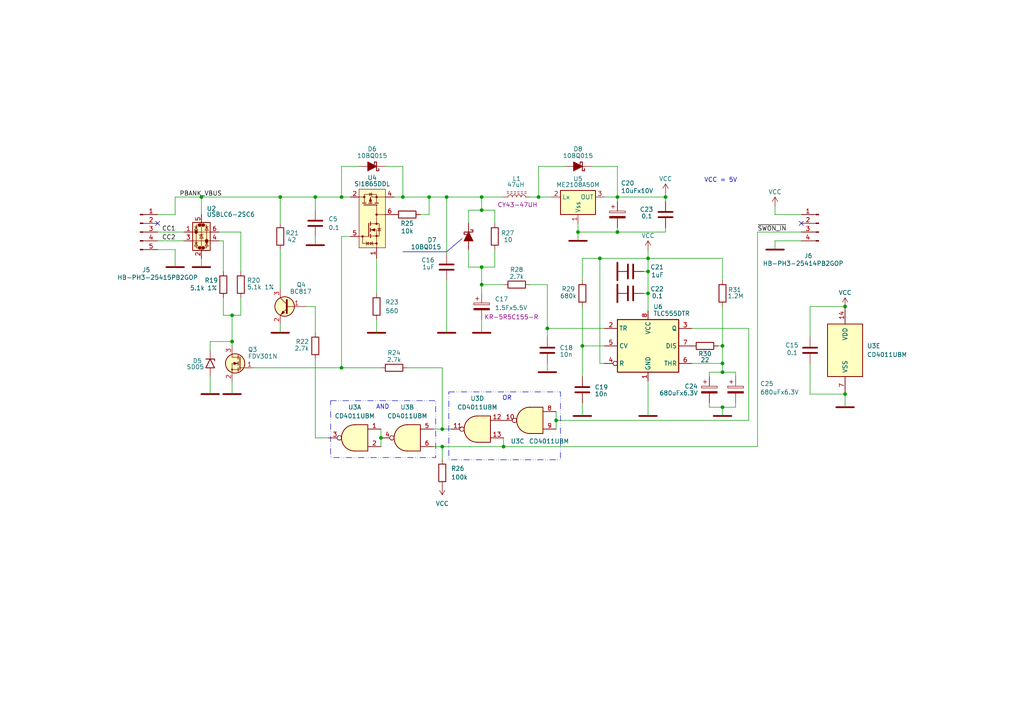
<source format=kicad_sch>
(kicad_sch (version 20231120) (generator "eeschema") (generator_version "8.0")
  (paper "A4")
  (title_block (title "Субмодуль управления PowerBank-ом") (date "2024-05-12") (comment 1 "Э04.01.02 Э3") (comment 2 "В.Иншаков"))
  (lib_symbols
    (symbol "4xxx:4011" (pin_names (offset 1.016))
      (property "Reference" "U" (at 0 1.27 0))
      (property "Value" "4011" (at 0 -1.27 0))
      (symbol "4011_1_1"
        (pin input line (at -7.62 2.54 0) (length 3.81) (name "~") (number "1"))
        (pin input line (at -7.62 -2.54 0) (length 3.81) (name "~") (number "2"))
        (pin output inverted (at 7.62 0 180) (length 3.81) (name "~") (number "3"))
      )
      (symbol "4011_1_2"
        (pin input inverted (at -7.62 2.54 0) (length 4.318) (name "~") (number "1"))
        (pin input inverted (at -7.62 -2.54 0) (length 4.318) (name "~") (number "2"))
        (pin output line (at 7.62 0 180) (length 3.81) (name "~") (number "3"))
      )
      (symbol "4011_2_1"
        (pin output inverted (at 7.62 0 180) (length 3.81) (name "~") (number "4"))
        (pin input line (at -7.62 2.54 0) (length 3.81) (name "~") (number "5"))
        (pin input line (at -7.62 -2.54 0) (length 3.81) (name "~") (number "6"))
      )
      (symbol "4011_2_2"
        (pin output line (at 7.62 0 180) (length 3.81) (name "~") (number "4"))
        (pin input inverted (at -7.62 2.54 0) (length 4.318) (name "~") (number "5"))
        (pin input inverted (at -7.62 -2.54 0) (length 4.318) (name "~") (number "6"))
      )
      (symbol "4011_3_1"
        (pin output inverted (at 7.62 0 180) (length 3.81) (name "~") (number "10"))
        (pin input line (at -7.62 2.54 0) (length 3.81) (name "~") (number "8"))
        (pin input line (at -7.62 -2.54 0) (length 3.81) (name "~") (number "9"))
      )
      (symbol "4011_3_2"
        (pin output line (at 7.62 0 180) (length 3.81) (name "~") (number "10"))
        (pin input inverted (at -7.62 2.54 0) (length 4.318) (name "~") (number "8"))
        (pin input inverted (at -7.62 -2.54 0) (length 4.318) (name "~") (number "9"))
      )
      (symbol "4011_4_1"
        (pin output inverted (at 7.62 0 180) (length 3.81) (name "~") (number "11"))
        (pin input line (at -7.62 2.54 0) (length 3.81) (name "~") (number "12"))
        (pin input line (at -7.62 -2.54 0) (length 3.81) (name "~") (number "13"))
      )
      (symbol "4011_4_2"
        (pin output line (at 7.62 0 180) (length 3.81) (name "~") (number "11"))
        (pin input inverted (at -7.62 2.54 0) (length 4.318) (name "~") (number "12"))
        (pin input inverted (at -7.62 -2.54 0) (length 4.318) (name "~") (number "13"))
      )
      (symbol "4011_5_0"
        (pin power_in line (at 0 12.7 270) (length 5.08) (name "VDD") (number "14"))
        (pin power_in line (at 0 -12.7 90) (length 5.08) (name "VSS") (number "7"))
      )
    )
    (symbol "Connector:Conn_01x04_Pin" (pin_names (offset 1.016) hide)
      (property "Reference" "J" (at 0 5.08 0))
      (property "Value" "Conn_01x04_Pin" (at 0 -7.62 0))
      (symbol "Conn_01x04_Pin_1_1"
        (pin passive line (at 5.08 2.54 180) (length 3.81) (name "Pin_1") (number "1"))
        (pin passive line (at 5.08 0 180) (length 3.81) (name "Pin_2") (number "2"))
        (pin passive line (at 5.08 -2.54 180) (length 3.81) (name "Pin_3") (number "3"))
        (pin passive line (at 5.08 -5.08 180) (length 3.81) (name "Pin_4") (number "4"))
      )
    )
    (symbol "Connector:Conn_01x05_Pin" (pin_names (offset 1.016) hide)
      (property "Reference" "J" (at 0 7.62 0))
      (property "Value" "Conn_01x05_Pin" (at 0 -7.62 0))
      (symbol "Conn_01x05_Pin_1_1"
        (pin passive line (at 5.08 5.08 180) (length 3.81) (name "Pin_1") (number "1"))
        (pin passive line (at 5.08 2.54 180) (length 3.81) (name "Pin_2") (number "2"))
        (pin passive line (at 5.08 0 180) (length 3.81) (name "Pin_3") (number "3"))
        (pin passive line (at 5.08 -2.54 180) (length 3.81) (name "Pin_4") (number "4"))
        (pin passive line (at 5.08 -5.08 180) (length 3.81) (name "Pin_5") (number "5"))
      )
    )
    (symbol "Device:C" (pin_numbers hide) (pin_names (offset 0.254))
      (property "Reference" "C" (at 0.635 2.54 0))
      (property "Value" "C" (at 0.635 -2.54 0))
      (symbol "C_1_1"
        (pin passive line (at 0 3.81 270) (length 2.794) (name "~") (number "1"))
        (pin passive line (at 0 -3.81 90) (length 2.794) (name "~") (number "2"))
      )
    )
    (symbol "Device:C_Polarized" (pin_numbers hide) (pin_names (offset 0.254))
      (property "Reference" "C" (at 0.635 2.54 0))
      (property "Value" "C_Polarized" (at 0.635 -2.54 0))
      (symbol "C_Polarized_1_1"
        (pin passive line (at 0 3.81 270) (length 2.794) (name "~") (number "1"))
        (pin passive line (at 0 -3.81 90) (length 2.794) (name "~") (number "2"))
      )
    )
    (symbol "Device:L_Ferrite" (pin_numbers hide) (pin_names (offset 1.016) hide)
      (property "Reference" "L" (at -1.27 0 90))
      (property "Value" "L_Ferrite" (at 2.794 0 90))
      (symbol "L_Ferrite_1_1"
        (pin passive line (at 0 3.81 270) (length 1.27) (name "1") (number "1"))
        (pin passive line (at 0 -3.81 90) (length 1.27) (name "2") (number "2"))
      )
    )
    (symbol "Device:R" (pin_numbers hide) (pin_names (offset 0))
      (property "Reference" "R" (at 2.032 0 90))
      (property "Value" "R" (at 0 0 90))
      (symbol "R_1_1"
        (pin passive line (at 0 3.81 270) (length 1.27) (name "~") (number "1"))
        (pin passive line (at 0 -3.81 90) (length 1.27) (name "~") (number "2"))
      )
    )
    (symbol "Diode:SMAJ6.0A" (pin_numbers hide) (pin_names (offset 1.016) hide)
      (property "Reference" "D" (at 0 2.54 0))
      (property "Value" "SMAJ6.0A" (at 0 -2.54 0))
      (symbol "SMAJ6.0A_1_1"
        (pin passive line (at -3.81 0 0) (length 2.54) (name "A1") (number "1"))
        (pin passive line (at 3.81 0 180) (length 2.54) (name "A2") (number "2"))
      )
    )
    (symbol "LightRelay:ME2108A50M" (in_bom no) (on_board no)
      (property "Reference" "U" (at -5.334 5.334 0))
      (property "Value" "ME2108A50M" (at -0.254 3.556 0))
      (symbol "ME2108A50M_1_1"
        (pin power_in line (at 0 -6.35 90) (length 2.54) (name "Vss") (number "1"))
        (pin passive line (at -7.62 1.27 0) (length 2.54) (name "Lx") (number "2"))
        (pin power_out line (at 7.62 1.27 180) (length 2.54) (name "OUT") (number "3"))
      )
    )
    (symbol "LightRelay:SI1865DDL_R" (pin_names (offset 0) hide)
      (property "Reference" "U" (at 0 9.398 0))
      (property "Value" "SI1865DDL" (at 0 7.62 0))
      (symbol "SI1865DDL_R_1_1"
        (pin passive line (at -1.27 -12.7 90) (length 3.048) (name "") (number "1"))
        (pin passive line (at 6.35 5.08 180) (length 2.54) (name "D2") (number "2"))
        (pin passive line (at 6.35 5.08 180) (length 2.54) hide (name "D2") (number "3"))
        (pin passive line (at -6.35 5.08 0) (length 2.54) (name "S2") (number "4"))
        (pin passive line (at 6.35 -6.35 180) (length 2.54) (name "on/off") (number "5"))
        (pin passive line (at -6.35 0 0) (length 2.54) (name "") (number "6"))
      )
    )
    (symbol "PCM_Diode_Schottky_AKL:VS-10BQ015" (pin_numbers hide) (pin_names (offset 1.016) hide)
      (property "Reference" "D" (at 0 5.08 0))
      (property "Value" "VS-10BQ015" (at 0 2.54 0))
      (symbol "VS-10BQ015_1_1"
        (pin passive line (at 3.81 0 180) (length 2.54) (name "K") (number "1"))
        (pin passive line (at -3.81 0 0) (length 2.54) (name "A") (number "2"))
      )
    )
    (symbol "PCM_Generic:P,0" (power) (pin_numbers hide) (pin_names (offset 3.81))
      (symbol "P,0_1_1"
        (pin power_in line (at 0 0 0) (length 0) hide (name "0") (number "0"))
      )
    )
    (symbol "PCM_Transistor_BJT_AKL:BC817" (pin_names hide)
      (property "Reference" "Q" (at 5.08 1.27 0))
      (property "Value" "BC817" (at 5.08 -1.27 0))
      (symbol "BC817_1_1"
        (pin input line (at -5.08 0 0) (length 5.715) (name "B") (number "1"))
        (pin passive line (at 2.54 -5.08 90) (length 2.54) (name "E") (number "2"))
        (pin passive line (at 2.54 5.08 270) (length 2.54) (name "C") (number "3"))
      )
    )
    (symbol "PCM_Transistor_MOSFET_AKL:FDV301N" (pin_names hide)
      (property "Reference" "Q" (at 5.08 1.27 0))
      (property "Value" "FDV301N" (at 5.08 -1.27 0))
      (symbol "FDV301N_1_1"
        (pin input line (at -3.81 -1.27 0) (length 2.54) (name "G") (number "1"))
        (pin passive line (at 2.54 -5.08 90) (length 2.54) (name "S") (number "2"))
        (pin passive line (at 2.54 5.08 270) (length 2.54) (name "D") (number "3"))
      )
    )
    (symbol "Power_Protection:USBLC6-2SC6" (pin_names hide)
      (property "Reference" "U" (at 0.635 5.715 0))
      (property "Value" "USBLC6-2SC6" (at 0.635 3.81 0))
      (symbol "USBLC6-2SC6_1_1"
        (pin passive line (at -5.08 0 0) (length 2.54) (name "I/O1") (number "1"))
        (pin passive line (at 0 -7.62 90) (length 2.54) (name "GND") (number "2"))
        (pin passive line (at -5.08 -2.54 0) (length 2.54) (name "I/O2") (number "3"))
        (pin passive line (at 5.08 -2.54 180) (length 2.54) (name "I/O2") (number "4"))
        (pin passive line (at 0 5.08 270) (length 2.54) (name "VBUS") (number "5"))
        (pin passive line (at 5.08 0 180) (length 2.54) (name "I/O1") (number "6"))
      )
    )
    (symbol "Timer:TLC555xD"
      (property "Reference" "U" (at -10.16 8.89 0))
      (property "Value" "TLC555xD" (at 2.54 8.89 0))
      (symbol "TLC555xD_0_0"
        (pin power_in line (at 0 -10.16 90) (length 2.54) (name "GND") (number "1"))
        (pin power_in line (at 0 10.16 270) (length 2.54) (name "VCC") (number "8"))
      )
      (symbol "TLC555xD_1_1"
        (pin input line (at -12.7 5.08 0) (length 3.81) (name "TR") (number "2"))
        (pin output line (at 12.7 5.08 180) (length 3.81) (name "Q") (number "3"))
        (pin input inverted (at -12.7 -5.08 0) (length 3.81) (name "R") (number "4"))
        (pin input line (at -12.7 0 0) (length 3.81) (name "CV") (number "5"))
        (pin input line (at 12.7 -5.08 180) (length 3.81) (name "THR") (number "6"))
        (pin input line (at 12.7 0 180) (length 3.81) (name "DIS") (number "7"))
      )
    )
    (symbol "power:VCC" (power) (pin_numbers hide) (pin_names (offset 0) hide)
      (property "Value" "VCC" (at 0 3.556 0))
      (symbol "VCC_1_1"
        (pin power_in line (at 0 0 90) (length 0) (name "~") (number "1"))
      )
    )
  )
  (junction (at 81.28 57.15))
  (junction (at 156.21 57.15))
  (junction (at 168.91 100.33))
  (junction (at 187.96 85.09))
  (junction (at 139.7 60.96))
  (junction (at 67.31 91.44))
  (junction (at 99.06 57.15))
  (junction (at 91.44 57.15))
  (junction (at 179.07 67.31))
  (junction (at 245.11 114.3))
  (junction (at 128.27 129.54))
  (junction (at 209.55 105.41))
  (junction (at 245.11 88.9))
  (junction (at 128.27 124.46))
  (junction (at 139.7 77.47))
  (junction (at 167.64 67.31))
  (junction (at 179.07 57.15))
  (junction (at 139.7 57.15))
  (junction (at 187.96 74.93))
  (junction (at 158.75 95.25))
  (junction (at 209.55 107.95))
  (junction (at 124.46 57.15))
  (junction (at 67.31 99.06))
  (junction (at 116.84 57.15))
  (junction (at 187.96 78.74))
  (junction (at 209.55 100.33))
  (junction (at 209.55 118.11))
  (junction (at 129.54 57.15))
  (junction (at 173.99 74.93))
  (junction (at 193.04 57.15))
  (junction (at 58.42 57.15))
  (junction (at 161.29 121.92))
  (junction (at 146.05 129.54))
  (junction (at 99.06 106.68))
  (junction (at 139.7 82.55))
  (junction (at 110.49 127))
  (no_connect (at 232.41 64.77))
  (no_connect (at 45.72 64.77))
  (wire (pts (xy 129.54 57.15) (xy 139.7 57.15)))
  (wire (pts (xy 128.27 129.54) (xy 128.27 133.35)))
  (wire (pts (xy 209.55 81.28) (xy 209.55 74.93)))
  (wire (pts (xy 146.05 129.54) (xy 219.71 129.54)))
  (wire (pts (xy 67.31 99.06) (xy 67.31 100.33)))
  (wire (pts (xy 109.22 85.09) (xy 109.22 74.93)))
  (wire (pts (xy 139.7 57.15) (xy 146.05 57.15)))
  (wire (pts (xy 173.99 105.41) (xy 173.99 74.93)))
  (wire (pts (xy 143.51 77.47) (xy 143.51 72.39)))
  (wire (pts (xy 116.84 48.26) (xy 111.76 48.26)))
  (wire (pts (xy 209.55 74.93) (xy 187.96 74.93)))
  (wire (pts (xy 217.17 95.25) (xy 217.17 121.92)))
  (wire (pts (xy 245.11 114.3) (xy 245.11 118.11)))
  (wire (pts (xy 45.72 69.85) (xy 53.34 69.85)))
  (wire (pts (xy 232.41 69.85) (xy 224.79 69.85)))
  (wire (pts (xy 63.5 67.31) (xy 69.85 67.31)))
  (wire (pts (xy 209.55 107.95) (xy 213.36 107.95)))
  (wire (pts (xy 161.29 119.38) (xy 161.29 121.92)))
  (wire (pts (xy 67.31 91.44) (xy 67.31 99.06)))
  (wire (pts (xy 213.36 118.11) (xy 213.36 116.84)))
  (wire (pts (xy 209.55 118.11) (xy 209.55 120.65)))
  (wire (pts (xy 175.26 57.15) (xy 179.07 57.15)))
  (wire (pts (xy 91.44 104.14) (xy 91.44 127)))
  (wire (pts (xy 179.07 66.04) (xy 179.07 67.31)))
  (wire (pts (xy 179.07 58.42) (xy 179.07 57.15)))
  (wire (pts (xy 99.06 68.58) (xy 99.06 106.68)))
  (wire (pts (xy 219.71 67.31) (xy 232.41 67.31)))
  (wire (pts (xy 168.91 120.65) (xy 168.91 116.84)))
  (wire (pts (xy 135.89 72.39) (xy 135.89 77.47)))
  (wire (pts (xy 158.75 82.55) (xy 153.67 82.55)))
  (wire (pts (xy 224.79 69.85) (xy 224.79 72.39)))
  (wire (pts (xy 139.7 77.47) (xy 143.51 77.47)))
  (wire (pts (xy 158.75 95.25) (xy 158.75 82.55)))
  (wire (pts (xy 179.07 57.15) (xy 193.04 57.15)))
  (wire (pts (xy 50.8 57.15) (xy 58.42 57.15)))
  (wire (pts (xy 139.7 60.96) (xy 143.51 60.96)))
  (wire (pts (xy 58.42 57.15) (xy 81.28 57.15)))
  (wire (pts (xy 91.44 60.96) (xy 91.44 57.15)))
  (wire (pts (xy 110.49 124.46) (xy 110.49 127)))
  (wire (pts (xy 187.96 85.09) (xy 187.96 90.17)))
  (wire (pts (xy 186.69 85.09) (xy 187.96 85.09)))
  (wire (pts (xy 187.96 120.65) (xy 187.96 110.49)))
  (wire (pts (xy 135.89 64.77) (xy 135.89 60.96)))
  (wire (pts (xy 156.21 57.15) (xy 160.02 57.15)))
  (wire (pts (xy 135.89 60.96) (xy 139.7 60.96)))
  (wire (pts (xy 158.75 105.41) (xy 158.75 107.95)))
  (wire (pts (xy 99.06 57.15) (xy 101.6 57.15)))
  (wire (pts (xy 45.72 62.23) (xy 50.8 62.23)))
  (wire (pts (xy 232.41 62.23) (xy 224.79 62.23)))
  (wire (pts (xy 45.72 67.31) (xy 53.34 67.31)))
  (wire (pts (xy 168.91 109.22) (xy 168.91 100.33)))
  (wire (pts (xy 124.46 62.23) (xy 124.46 57.15)))
  (wire (pts (xy 91.44 88.9) (xy 91.44 96.52)))
  (wire (pts (xy 146.05 129.54) (xy 146.05 127)))
  (wire (pts (xy 110.49 106.68) (xy 99.06 106.68)))
  (wire (pts (xy 163.83 48.26) (xy 156.21 48.26)))
  (wire (pts (xy 193.04 67.31) (xy 179.07 67.31)))
  (wire (pts (xy 209.55 118.11) (xy 213.36 118.11)))
  (wire (pts (xy 167.64 67.31) (xy 179.07 67.31)))
  (wire (pts (xy 193.04 58.42) (xy 193.04 57.15)))
  (wire (pts (xy 125.73 129.54) (xy 128.27 129.54)))
  (wire (pts (xy 205.74 116.84) (xy 205.74 118.11)))
  (wire (pts (xy 205.74 107.95) (xy 209.55 107.95)))
  (wire (pts (xy 58.42 74.93) (xy 58.42 77.47)))
  (wire (pts (xy 60.96 99.06) (xy 67.31 99.06)))
  (wire (pts (xy 224.79 62.23) (xy 224.79 59.69)))
  (wire (pts (xy 168.91 74.93) (xy 173.99 74.93)))
  (wire (pts (xy 60.96 101.6) (xy 60.96 99.06)))
  (wire (pts (xy 81.28 72.39) (xy 81.28 83.82)))
  (wire (pts (xy 128.27 129.54) (xy 146.05 129.54)))
  (wire (pts (xy 161.29 121.92) (xy 161.29 124.46)))
  (wire (pts (xy 50.8 62.23) (xy 50.8 57.15)))
  (wire (pts (xy 139.7 82.55) (xy 146.05 82.55)))
  (wire (pts (xy 125.73 124.46) (xy 128.27 124.46)))
  (wire (pts (xy 167.64 67.31) (xy 167.64 64.77)))
  (wire (pts (xy 179.07 48.26) (xy 179.07 57.15)))
  (wire (pts (xy 60.96 109.22) (xy 60.96 114.3)))
  (wire (pts (xy 67.31 91.44) (xy 69.85 91.44)))
  (wire (pts (xy 153.67 57.15) (xy 156.21 57.15)))
  (wire (pts (xy 58.42 62.23) (xy 58.42 57.15)))
  (wire (pts (xy 99.06 48.26) (xy 104.14 48.26)))
  (wire (pts (xy 64.77 69.85) (xy 64.77 78.74)))
  (wire (pts (xy 234.95 105.41) (xy 234.95 114.3)))
  (wire (pts (xy 64.77 69.85) (xy 63.5 69.85)))
  (wire (pts (xy 234.95 114.3) (xy 245.11 114.3)))
  (wire (pts (xy 209.55 100.33) (xy 209.55 105.41)))
  (wire (pts (xy 171.45 48.26) (xy 179.07 48.26)))
  (wire (pts (xy 69.85 67.31) (xy 69.85 78.74)))
  (wire (pts (xy 116.84 57.15) (xy 116.84 48.26)))
  (wire (pts (xy 143.51 64.77) (xy 143.51 60.96)))
  (wire (pts (xy 168.91 100.33) (xy 175.26 100.33)))
  (wire (pts (xy 187.96 78.74) (xy 187.96 85.09)))
  (wire (pts (xy 219.71 67.31) (xy 219.71 129.54)))
  (wire (pts (xy 139.7 60.96) (xy 139.7 57.15)))
  (wire (pts (xy 173.99 74.93) (xy 187.96 74.93)))
  (wire (pts (xy 213.36 107.95) (xy 213.36 109.22)))
  (wire (pts (xy 45.72 72.39) (xy 50.8 72.39)))
  (wire (pts (xy 124.46 57.15) (xy 129.54 57.15)))
  (wire (pts (xy 234.95 88.9) (xy 245.11 88.9)))
  (wire (pts (xy 91.44 127) (xy 95.25 127)))
  (wire (pts (xy 187.96 74.93) (xy 187.96 78.74)))
  (wire (pts (xy 64.77 91.44) (xy 67.31 91.44)))
  (wire (pts (xy 129.54 73.66) (xy 129.54 57.15)))
  (wire (pts (xy 99.06 68.58) (xy 101.6 68.58)))
  (wire (pts (xy 200.66 105.41) (xy 209.55 105.41)))
  (wire (pts (xy 139.7 82.55) (xy 139.7 85.09)))
  (wire (pts (xy 121.92 62.23) (xy 124.46 62.23)))
  (wire (pts (xy 139.7 92.71) (xy 139.7 96.52)))
  (wire (pts (xy 209.55 88.9) (xy 209.55 100.33)))
  (wire (pts (xy 128.27 106.68) (xy 128.27 124.46)))
  (wire (pts (xy 81.28 93.98) (xy 81.28 96.52)))
  (wire (pts (xy 91.44 57.15) (xy 99.06 57.15)))
  (wire (pts (xy 73.66 106.68) (xy 99.06 106.68)))
  (wire (pts (xy 209.55 105.41) (xy 209.55 107.95)))
  (wire (pts (xy 135.89 77.47) (xy 139.7 77.47)))
  (wire (pts (xy 129.54 81.28) (xy 129.54 96.52)))
  (wire (pts (xy 168.91 88.9) (xy 168.91 100.33)))
  (wire (pts (xy 187.96 72.39) (xy 187.96 74.93)))
  (wire (pts (xy 200.66 95.25) (xy 217.17 95.25)))
  (wire (pts (xy 205.74 109.22) (xy 205.74 107.95)))
  (wire (pts (xy 109.22 92.71) (xy 109.22 96.52)))
  (wire (pts (xy 156.21 48.26) (xy 156.21 57.15)))
  (polyline (pts (xy 129.54 73.025) (xy 116.84 73.025)))
  (wire (pts (xy 110.49 127) (xy 110.49 129.54)))
  (wire (pts (xy 69.85 91.44) (xy 69.85 86.36)))
  (wire (pts (xy 116.84 57.15) (xy 124.46 57.15)))
  (wire (pts (xy 99.06 57.15) (xy 99.06 48.26)))
  (wire (pts (xy 193.04 66.04) (xy 193.04 67.31)))
  (wire (pts (xy 186.69 78.74) (xy 187.96 78.74)))
  (polyline (pts (xy 133.985 69.215) (xy 129.54 73.025)))
  (wire (pts (xy 205.74 118.11) (xy 209.55 118.11)))
  (wire (pts (xy 158.75 95.25) (xy 175.26 95.25)))
  (wire (pts (xy 128.27 124.46) (xy 130.81 124.46)))
  (wire (pts (xy 193.04 55.88) (xy 193.04 57.15)))
  (wire (pts (xy 161.29 121.92) (xy 217.17 121.92)))
  (wire (pts (xy 175.26 105.41) (xy 173.99 105.41)))
  (wire (pts (xy 81.28 57.15) (xy 91.44 57.15)))
  (wire (pts (xy 91.44 88.9) (xy 88.9 88.9)))
  (wire (pts (xy 118.11 106.68) (xy 128.27 106.68)))
  (wire (pts (xy 167.64 69.85) (xy 167.64 67.31)))
  (wire (pts (xy 50.8 72.39) (xy 50.8 77.47)))
  (wire (pts (xy 91.44 68.58) (xy 91.44 71.12)))
  (wire (pts (xy 208.28 100.33) (xy 209.55 100.33)))
  (wire (pts (xy 168.91 81.28) (xy 168.91 74.93)))
  (wire (pts (xy 64.77 86.36) (xy 64.77 91.44)))
  (wire (pts (xy 234.95 97.79) (xy 234.95 88.9)))
  (wire (pts (xy 158.75 97.79) (xy 158.75 95.25)))
  (wire (pts (xy 81.28 64.77) (xy 81.28 57.15)))
  (wire (pts (xy 67.31 110.49) (xy 67.31 114.3)))
  (wire (pts (xy 139.7 77.47) (xy 139.7 82.55)))
  (wire (pts (xy 114.3 57.15) (xy 116.84 57.15)))
  (rectangle (start 130.175 113.665) (end 162.56 133.35) (stroke (width 0) (type dash_dot_dot)))
  (rectangle (start 95.885 116.205) (end 126.365 132.715) (stroke (width 0) (type dash_dot_dot)))
  (text "OR" (at 147.066 114.808 0) (effects (font (size 1.27 1.27)) (justify top)))
  (text "VCC = 5V" (exclude_from_sim yes) (at 204.216 52.324 0) (effects (font (size 1.27 1.27)) (justify left)))
  (text "AND" (at 110.998 118.872 0) (effects (font (size 1.27 1.27)) (justify bottom)))
  (label "CC1" (at 46.99 67.31 0))
  (label "CC2" (at 46.99 69.85 0))
  (label "PBANK_VBUS" (at 52.07 57.15 0))
  (label "~{SWON_IN}" (at 219.71 67.31 0))
  (symbol (lib_id "Connector:Conn_01x04_Pin") (at 237.49 64.77 0) (mirror y) (unit 1)
    (property "Reference" "J6" (at 234.442 74.93 0) (effects (justify bottom)))
    (property "Value" "HB-PH3-25414PB2GOP" (at 221.234 75.692 0) (effects (justify right top)))
    (property "Footprint" "Connector_PinHeader_2.54mm:PinHeader_1x04_P2.54mm_Vertical" (effects (hide yes)))
    (property "Description" "Generic connector, single row, 01x04, script generated" (effects (hide yes)))
  )
  (symbol (lib_id "Diode:SMAJ6.0A") (at 60.96 105.41 270) (unit 1) (exclude_from_sim yes)
    (property "Reference" "D5" (at 55.88 104.648 90) (effects (justify left)))
    (property "Value" "SD05" (at 54.102 106.426 90) (effects (justify left)))
    (property "Footprint" "Diode_SMD:D_SOD-323_HandSoldering" (effects (hide yes)))
    (property "Datasheet" "https://www.tme.eu/Document/eacd5c9033c0f01cb2a4469e7989f2d1/sd05.pdf" (effects (hide yes)))
    (property "Description" "SOD-323 Unidirectional TVS diode, 5V, 350W, Alternate KiCAD Library" (effects (hide yes)))
  )
  (symbol (lib_id "Connector:Conn_01x05_Pin") (at 40.64 67.31 0) (unit 1)
    (property "Reference" "J5" (at 42.418 78.994 0) (effects (justify bottom)))
    (property "Value" "HB-PH3-25415PB2GOP" (at 45.72 79.756 0) (effects (justify top)))
    (property "Footprint" "Connector_PinHeader_2.54mm:PinHeader_1x05_P2.54mm_Vertical" (effects (hide yes)))
    (property "Description" "Generic connector, single row, 01x05, script generated" (effects (hide yes)))
  )
  (symbol (lib_id "PCM_Generic:P,0") (at 179.07 78.74 270) (unit 1)
    (property "Reference" "#PWR031" (effects (hide yes)))
    (property "Value" "GND2" (effects (hide yes)))
    (property "Description" "global node 0; simplified functional (equipotential) bonding (FB); simplified frame/chassis" (effects (hide yes)))
  )
  (symbol (lib_id "Device:C") (at 182.88 85.09 90) (unit 1)
    (property "Reference" "C22" (at 192.532 83.82 90) (effects (justify left)))
    (property "Value" "0.1" (at 192.278 85.852 90) (effects (justify left)))
    (property "Description" "Unpolarized capacitor" (effects (hide yes)))
  )
  (symbol (lib_id "Device:C_Polarized") (at 139.7 88.9 0) (unit 1)
    (property "Reference" "C17" (at 143.51 86.7409 0) (effects (justify left)))
    (property "Value" "1.5Fx5.5V" (at 143.51 89.2809 0) (effects (justify left)))
    (property "Description" "Eaton KR Supercapacitor" (effects (hide yes)))
    (property "Part Number" "KR-5R5C155-R" (at 148.336 91.948 0))
  )
  (symbol (lib_id "PCM_Generic:P,0") (at 168.91 120.65 0) (unit 1)
    (property "Reference" "#PWR030" (effects (hide yes)))
    (property "Value" "GND2" (effects (hide yes)))
    (property "Description" "global node 0; simplified functional (equipotential) bonding (FB); simplified frame/chassis" (effects (hide yes)))
  )
  (symbol (lib_id "Device:R") (at 118.11 62.23 90) (unit 1)
    (property "Reference" "R25" (at 118.11 65.532 90) (effects (justify top)))
    (property "Value" "10k" (at 118.11 66.294 90) (effects (justify bottom)))
    (property "Footprint" "PCM_Resistor_SMD_AKL:R_0603_1608Metric_Pad0.98x0.95mm" (effects (hide yes)))
    (property "Description" "Resistor" (effects (hide yes)))
  )
  (symbol (lib_id "PCM_Generic:P,0") (at 139.7 96.52 0) (unit 1)
    (property "Reference" "#PWR027" (effects (hide yes)))
    (property "Value" "GND2" (effects (hide yes)))
    (property "Description" "global node 0; simplified functional (equipotential) bonding (FB); simplified frame/chassis" (effects (hide yes)))
  )
  (symbol (lib_id "PCM_Generic:P,0") (at 209.55 120.65 0) (unit 1)
    (property "Reference" "#PWR036" (effects (hide yes)))
    (property "Value" "GND2" (effects (hide yes)))
    (property "Description" "global node 0; simplified functional (equipotential) bonding (FB); simplified frame/chassis" (effects (hide yes)))
  )
  (symbol (lib_id "Device:R") (at 204.47 100.33 90) (unit 1)
    (property "Reference" "R30" (at 204.47 102.616 90))
    (property "Value" "22" (at 204.47 104.394 90))
    (property "Footprint" "PCM_Resistor_SMD_AKL:R_0603_1608Metric_Pad0.98x0.95mm" (effects (hide yes)))
    (property "Description" "Resistor" (effects (hide yes)))
  )
  (symbol (lib_id "Device:R") (at 168.91 85.09 180) (unit 1)
    (property "Reference" "R29" (at 164.846 83.82 0))
    (property "Value" "680k" (at 164.846 85.852 0))
    (property "Footprint" "PCM_Resistor_SMD_AKL:R_0603_1608Metric_Pad0.98x0.95mm" (effects (hide yes)))
    (property "Description" "Resistor" (effects (hide yes)))
  )
  (symbol (lib_id "Device:R") (at 91.44 100.33 180) (unit 1)
    (property "Reference" "R22" (at 89.662 99.822 0) (effects (justify left top)))
    (property "Value" "2.7k" (at 89.662 100.33 0) (effects (justify left bottom)))
    (property "Footprint" "PCM_Resistor_SMD_AKL:R_0603_1608Metric_Pad0.98x0.95mm" (effects (hide yes)))
    (property "Description" "Resistor" (effects (hide yes)))
  )
  (symbol (lib_id "PCM_Generic:P,0") (at 245.11 118.11 0) (unit 1)
    (property "Reference" "#PWR022" (effects (hide yes)))
    (property "Value" "GND2" (effects (hide yes)))
    (property "Description" "global node 0; simplified functional (equipotential) bonding (FB); simplified frame/chassis" (effects (hide yes)))
  )
  (symbol (lib_id "Device:R") (at 64.77 82.55 0) (unit 1)
    (property "Reference" "R19" (at 63.246 82.042 0) (effects (justify right bottom)))
    (property "Value" "5.1k 1%" (at 62.992 82.804 0) (effects (justify right top)))
    (property "Footprint" "PCM_Resistor_SMD_AKL:R_0603_1608Metric_Pad0.98x0.95mm" (effects (hide yes)))
    (property "Description" "Resistor 1%" (effects (hide yes)))
  )
  (symbol (lib_id "4xxx:4011") (at 153.67 121.92 0) (mirror y) (unit 3)
    (property "Reference" "U3" (at 152.146 127.254 0) (effects (justify left top)))
    (property "Value" "CD4011UBM" (at 153.416 127.254 0) (effects (justify right top)))
    (property "Footprint" "Package_SO:SOIC-14_3.9x8.7mm_P1.27mm" (effects (hide yes)))
    (property "Datasheet" "http://www.intersil.com/content/dam/Intersil/documents/cd40/cd4011bms-12bms-23bms.pdf" (effects (hide yes)))
    (property "Description" "Quad Nand 2 inputs" (effects (hide yes)))
  )
  (symbol (lib_id "LightRelay:SI1865DDL_R") (at 107.95 62.23 0) (mirror y) (unit 1)
    (property "Reference" "U4" (at 107.95 51.562 0))
    (property "Value" "SI1865DDL" (at 107.95 53.34 0))
    (property "Footprint" "Package_TO_SOT_SMD:SOT-363_SC-70-6" (effects (hide yes)))
    (property "Datasheet" "https://techpublic.com/storage/pdf/20230504/kWOBdbChctFrhMDd.pdf" (effects (hide yes)))
    (property "Description" "Load Switch with Level Shift" (effects (hide yes)))
  )
  (symbol (lib_id "Device:L_Ferrite") (at 149.86 57.15 90) (unit 1)
    (property "Reference" "L1" (at 149.86 51.816 90))
    (property "Value" "47uH" (at 149.606 52.832 90) (effects (justify bottom)))
    (property "Footprint" "Inductor_SMD:L_Taiyo-Yuden_NR-50xx" (effects (hide yes)))
    (property "Description" "Inductor with ferrite core" (effects (hide yes)))
    (property "Part Number" " CY43-47UH" (at 149.606 58.674 90) (effects (justify bottom)))
  )
  (symbol (lib_id "Device:R") (at 109.22 88.9 0) (unit 1)
    (property "Reference" "R23" (at 111.76 87.6299 0) (effects (justify left)))
    (property "Value" "560" (at 111.76 90.1699 0) (effects (justify left)))
    (property "Footprint" "PCM_Resistor_SMD_AKL:R_0603_1608Metric_Pad0.98x0.95mm" (effects (hide yes)))
    (property "Description" "Resistor" (effects (hide yes)))
  )
  (symbol (lib_id "Device:C") (at 193.04 62.23 180) (unit 1)
    (property "Reference" "C23" (at 189.484 61.468 0) (effects (justify left top)))
    (property "Value" "0.1" (at 189.23 61.976 0) (effects (justify left bottom)))
    (property "Description" "Unpolarized capacitor" (effects (hide yes)))
  )
  (symbol (lib_id "PCM_Generic:P,0") (at 129.54 96.52 0) (unit 1)
    (property "Reference" "#PWR026" (effects (hide yes)))
    (property "Value" "GND2" (effects (hide yes)))
    (property "Description" "global node 0; simplified functional (equipotential) bonding (FB); simplified frame/chassis" (effects (hide yes)))
  )
  (symbol (lib_id "Device:C") (at 234.95 101.6 0) (unit 1)
    (property "Reference" "C15" (at 231.648 100.838 0) (effects (justify right bottom)))
    (property "Value" "0.1" (at 231.394 101.6 0) (effects (justify right top)))
    (property "Description" "Unpolarized capacitor" (effects (hide yes)))
  )
  (symbol (lib_id "Device:R") (at 209.55 85.09 180) (unit 1)
    (property "Reference" "R31" (at 213.106 84.074 0))
    (property "Value" "1.2M" (at 213.36 85.852 0))
    (property "Footprint" "PCM_Resistor_SMD_AKL:R_0603_1608Metric_Pad0.98x0.95mm" (effects (hide yes)))
    (property "Description" "Resistor" (effects (hide yes)))
  )
  (symbol (lib_id "Device:R") (at 69.85 82.55 0) (unit 1)
    (property "Reference" "R20" (at 71.628 82.042 0) (effects (justify left bottom)))
    (property "Value" "5.1k 1%" (at 71.628 82.55 0) (effects (justify left top)))
    (property "Footprint" "PCM_Resistor_SMD_AKL:R_0603_1608Metric_Pad0.98x0.95mm" (effects (hide yes)))
    (property "Description" "Resistor 1%" (effects (hide yes)))
  )
  (symbol (lib_id "Device:R") (at 114.3 106.68 90) (unit 1)
    (property "Reference" "R24" (at 114.3 101.6 90) (effects (justify bottom)))
    (property "Value" "2.7k" (at 114.3 103.632 90) (effects (justify bottom)))
    (property "Footprint" "PCM_Resistor_SMD_AKL:R_0603_1608Metric_Pad0.98x0.95mm" (effects (hide yes)))
    (property "Description" "Resistor" (effects (hide yes)))
  )
  (symbol (lib_id "Device:R") (at 149.86 82.55 90) (unit 1)
    (property "Reference" "R28" (at 149.86 77.47 90) (effects (justify bottom)))
    (property "Value" "2.7k" (at 149.86 79.502 90) (effects (justify bottom)))
    (property "Footprint" "PCM_Resistor_SMD_AKL:R_0603_1608Metric_Pad0.98x0.95mm" (effects (hide yes)))
    (property "Description" "Resistor" (effects (hide yes)))
  )
  (symbol (lib_id "PCM_Diode_Schottky_AKL:VS-10BQ015") (at 107.95 48.26 0) (unit 1)
    (property "Reference" "D6" (at 107.95 43.942 0) (effects (justify bottom)))
    (property "Value" "10BQ015" (at 107.95 44.45 0) (effects (justify top)))
    (property "Footprint" "Diode_SMD_AKL:D_SMB" (effects (hide yes)))
    (property "Datasheet" "https://www.tme.eu/Document/5513742f757a8ba3a7dcc08c322eb306/VS-10BQ015.pdf" (effects (hide yes)))
    (property "Description" "SMB Schottky diode, 15V, 1A, Alternate KiCAD Library" (effects (hide yes)))
  )
  (symbol (lib_id "Device:R") (at 128.27 137.16 0) (unit 1)
    (property "Reference" "R26" (at 130.81 135.8899 0) (effects (justify left)))
    (property "Value" "100k" (at 130.81 138.4299 0) (effects (justify left)))
    (property "Footprint" "PCM_Resistor_SMD_AKL:R_0603_1608Metric_Pad0.98x0.95mm" (effects (hide yes)))
    (property "Description" "Resistor" (effects (hide yes)))
  )
  (symbol (lib_id "Device:C_Polarized") (at 179.07 62.23 0) (unit 1)
    (property "Reference" "C20" (at 180.086 53.848 0) (effects (justify left bottom)))
    (property "Value" "10uFx10V" (at 180.086 54.61 0) (effects (justify left top)))
    (property "Footprint" "Capacitor_Tantalum_SMD:CP_EIA-3216-12_Kemet-S_Pad1.58x1.35mm_HandSolder" (effects (hide yes)))
    (property "Description" "Polarized tantalum capacitor (case A)" (effects (hide yes)))
    (property "Part Number" "TC212A106K010Y" (effects (hide yes)))
  )
  (symbol (lib_id "PCM_Generic:P,0") (at 158.75 107.95 0) (unit 1)
    (property "Reference" "#PWR028" (effects (hide yes)))
    (property "Value" "GND2" (effects (hide yes)))
    (property "Description" "global node 0; simplified functional (equipotential) bonding (FB); simplified frame/chassis" (effects (hide yes)))
  )
  (symbol (lib_id "power:VCC") (at 128.27 140.97 180) (unit 1)
    (property "Reference" "#PWR025" (effects (hide yes)))
    (property "Value" "VCC" (at 128.27 146.05 0))
    (property "Description" "Power symbol creates a global label with name \"VCC\"" (effects (hide yes)))
  )
  (symbol (lib_id "Device:C") (at 168.91 113.03 0) (unit 1)
    (property "Reference" "C19" (at 172.466 113.03 0) (effects (justify left bottom)))
    (property "Value" "10n" (at 172.466 113.538 0) (effects (justify left top)))
    (property "Description" "Unpolarized capacitor" (effects (hide yes)))
  )
  (symbol (lib_id "Power_Protection:USBLC6-2SC6") (at 58.42 67.31 0) (unit 1)
    (property "Reference" "U2" (at 59.944 61.214 0) (effects (justify left bottom)))
    (property "Value" "USBLC6-2SC6" (at 59.944 61.468 0) (effects (justify left top)))
    (property "Footprint" "Package_TO_SOT_SMD:SOT-23-6" (effects (hide yes)))
    (property "Datasheet" "https://www.st.com/resource/en/datasheet/usblc6-2.pdf" (effects (hide yes)))
    (property "Description" "Very low capacitance ESD protection diode, 2 data-line, SOT-23-6" (effects (hide yes)))
  )
  (symbol (lib_id "4xxx:4011") (at 245.11 101.6 0) (unit 5)
    (property "Reference" "U3" (at 251.46 100.3299 0) (effects (justify left)))
    (property "Value" "CD4011UBM" (at 251.46 102.8699 0) (effects (justify left)))
    (property "Footprint" "Package_SO:SOIC-14_3.9x8.7mm_P1.27mm" (effects (hide yes)))
    (property "Datasheet" "http://www.intersil.com/content/dam/Intersil/documents/cd40/cd4011bms-12bms-23bms.pdf" (effects (hide yes)))
    (property "Description" "Quad Nand 2 inputs" (effects (hide yes)))
  )
  (symbol (lib_id "PCM_Generic:P,0") (at 81.28 96.52 0) (unit 1)
    (property "Reference" "#PWR023" (effects (hide yes)))
    (property "Value" "GND2" (effects (hide yes)))
    (property "Description" "global node 0; simplified functional (equipotential) bonding (FB); simplified frame/chassis" (effects (hide yes)))
  )
  (symbol (lib_id "Device:R") (at 81.28 68.58 0) (unit 1)
    (property "Reference" "R21" (at 82.804 68.326 0) (effects (justify left bottom)))
    (property "Value" "42" (at 83.312 68.834 0) (effects (justify left top)))
    (property "Footprint" "PCM_Resistor_SMD_AKL:R_0805_2012Metric_Pad1.15x1.40mm" (effects (hide yes)))
    (property "Description" "Resistor" (effects (hide yes)))
  )
  (symbol (lib_id "PCM_Generic:P,0") (at 179.07 85.09 270) (unit 1)
    (property "Reference" "#PWR032" (effects (hide yes)))
    (property "Value" "GND2" (effects (hide yes)))
    (property "Description" "global node 0; simplified functional (equipotential) bonding (FB); simplified frame/chassis" (effects (hide yes)))
  )
  (symbol (lib_id "Device:C") (at 158.75 101.6 0) (unit 1)
    (property "Reference" "C18" (at 162.306 101.6 0) (effects (justify left bottom)))
    (property "Value" "10n" (at 162.306 102.108 0) (effects (justify left top)))
    (property "Description" "Unpolarized capacitor" (effects (hide yes)))
  )
  (symbol (lib_id "PCM_Transistor_MOSFET_AKL:FDV301N") (at 69.85 105.41 0) (mirror y) (unit 1)
    (property "Reference" "Q3" (at 71.882 102.108 0) (effects (justify right bottom)))
    (property "Value" "FDV301N" (at 71.882 102.616 0) (effects (justify right top)))
    (property "Footprint" "Package_TO_SOT_SMD_AKL:SOT-23" (effects (hide yes)))
    (property "Datasheet" "https://www.tme.eu/Document/377c56c44eb4c6b3b420c5c101423736/FDV301N.pdf" (effects (hide yes)))
    (property "Description" "SOT-23 N-MOSFET enchancement mode transistor, 25V, 220mA, 350mW, Alternate KiCAD Library" (effects (hide yes)))
  )
  (symbol (lib_id "power:VCC") (at 224.79 59.69 0) (unit 1)
    (property "Reference" "#PWR037" (effects (hide yes)))
    (property "Value" "VCC" (at 224.79 56.388 0) (effects (justify bottom)))
    (property "Description" "Power symbol creates a global label with name \"VCC\"" (effects (hide yes)))
  )
  (symbol (lib_id "PCM_Generic:P,0") (at 67.31 114.3 0) (unit 1)
    (property "Reference" "#PWR020" (effects (hide yes)))
    (property "Value" "GND2" (effects (hide yes)))
    (property "Description" "global node 0; simplified functional (equipotential) bonding (FB); simplified frame/chassis" (effects (hide yes)))
  )
  (symbol (lib_id "4xxx:4011") (at 118.11 127 0) (mirror y) (unit 2)
    (property "Reference" "U3" (at 118.1183 118.11 0))
    (property "Value" "CD4011UBM" (at 118.1183 120.65 0))
    (property "Footprint" "Package_SO:SOIC-14_3.9x8.7mm_P1.27mm" (effects (hide yes)))
    (property "Datasheet" "http://www.intersil.com/content/dam/Intersil/documents/cd40/cd4011bms-12bms-23bms.pdf" (effects (hide yes)))
    (property "Description" "Quad Nand 2 inputs" (effects (hide yes)))
  )
  (symbol (lib_id "PCM_Transistor_BJT_AKL:BC817") (at 83.82 88.9 0) (mirror y) (unit 1)
    (property "Reference" "Q4" (at 87.376 83.312 0) (effects (justify bottom)))
    (property "Value" "BC817" (at 90.424 83.82 0) (effects (justify left top)))
    (property "Footprint" "Package_TO_SOT_SMD_AKL:SOT-23" (effects (hide yes)))
    (property "Datasheet" "https://www.tme.eu/Document/7b5ea7386544f524d0315334956093bb/BC817-16.215.pdf" (effects (hide yes)))
    (property "Description" "NPN SOT-23 transistor, 45V, 500mA, 250mW, Complementary to BC807, Alternate KiCAD Library" (effects (hide yes)))
  )
  (symbol (lib_id "Device:C") (at 182.88 78.74 90) (unit 1)
    (property "Reference" "C21" (at 192.532 77.47 90) (effects (justify left)))
    (property "Value" "1uF" (at 192.532 79.756 90) (effects (justify left)))
    (property "Description" "Unpolarized capacitor" (effects (hide yes)))
  )
  (symbol (lib_id "power:VCC") (at 245.11 88.9 0) (unit 1)
    (property "Reference" "#PWR021" (effects (hide yes)))
    (property "Value" "VCC" (at 245.11 85.598 0) (effects (justify bottom)))
    (property "Description" "Power symbol creates a global label with name \"VCC\"" (effects (hide yes)))
  )
  (symbol (lib_id "Device:C_Polarized") (at 213.36 113.03 0) (unit 1)
    (property "Reference" "C25" (at 220.472 112.014 0) (effects (justify left bottom)))
    (property "Value" "680uFx6.3V" (at 220.472 113.03 0) (effects (justify left top)))
    (property "Footprint" "Capacitor_Tantalum_SMD:CP_EIA-7343-43_Kemet-X_Pad2.25x2.55mm_HandSolder" (effects (hide yes)))
    (property "Description" "Polarized tantalum capacitor (type X)" (effects (hide yes)))
    (property "Part Number" "TPSE687K006R0045" (effects (hide yes)))
  )
  (symbol (lib_id "LightRelay:ME2108A50M") (at 167.64 58.42 0) (unit 1) (in_bom no) (on_board no)
    (property "Reference" "U5" (at 167.64 52.578 0) (effects (justify bottom)))
    (property "Value" "ME2108A50M" (at 167.64 53.594 0))
    (property "Footprint" "Package_TO_SOT_SMD:SOT-23-3" (effects (hide yes)))
    (property "Datasheet" "https://www.microne.com.cn/product/124.html" (effects (hide yes)))
    (property "Description" "PFM Step-up DC/DC converter IC with low supply current" (effects (hide yes)))
  )
  (symbol (lib_id "PCM_Generic:P,0") (at 60.96 114.3 0) (unit 1)
    (property "Reference" "#PWR019" (effects (hide yes)))
    (property "Value" "GND2" (effects (hide yes)))
    (property "Description" "global node 0; simplified functional (equipotential) bonding (FB); simplified frame/chassis" (effects (hide yes)))
  )
  (symbol (lib_id "PCM_Diode_Schottky_AKL:VS-10BQ015") (at 167.64 48.26 0) (unit 1)
    (property "Reference" "D8" (at 167.64 43.942 0) (effects (justify bottom)))
    (property "Value" "10BQ015" (at 167.64 44.45 0) (effects (justify top)))
    (property "Footprint" "Diode_SMD_AKL:D_SMB" (effects (hide yes)))
    (property "Datasheet" "https://www.tme.eu/Document/5513742f757a8ba3a7dcc08c322eb306/VS-10BQ015.pdf" (effects (hide yes)))
    (property "Description" "SMB Schottky diode, 15V, 1A, Alternate KiCAD Library" (effects (hide yes)))
  )
  (symbol (lib_id "PCM_Generic:P,0") (at 187.96 120.65 0) (unit 1)
    (property "Reference" "#PWR034" (effects (hide yes)))
    (property "Value" "GND2" (effects (hide yes)))
    (property "Description" "global node 0; simplified functional (equipotential) bonding (FB); simplified frame/chassis" (effects (hide yes)))
  )
  (symbol (lib_id "power:VCC") (at 187.96 72.39 0) (unit 1)
    (property "Reference" "#PWR033" (effects (hide yes)))
    (property "Value" "VCC" (at 187.96 69.088 0) (effects (justify bottom)))
    (property "Description" "Power symbol creates a global label with name \"VCC\"" (effects (hide yes)))
  )
  (symbol (lib_id "Device:C") (at 129.54 77.47 0) (unit 1)
    (property "Reference" "C16" (at 122.174 75.438 0) (effects (justify left)))
    (property "Value" "1uF" (at 122.428 77.47 0) (effects (justify left)))
    (property "Footprint" "Capacitor_SMD:C_0805_2012Metric" (effects (hide yes)))
    (property "Description" "Unpolarized capacitor" (effects (hide yes)))
  )
  (symbol (lib_id "Device:R") (at 143.51 68.58 0) (unit 1)
    (property "Reference" "R27" (at 145.288 68.326 0) (effects (justify left bottom)))
    (property "Value" "10" (at 146.05 68.834 0) (effects (justify left top)))
    (property "Footprint" "PCM_Resistor_SMD_AKL:R_0805_2012Metric_Pad1.15x1.40mm" (effects (hide yes)))
    (property "Description" "Resistor" (effects (hide yes)))
  )
  (symbol (lib_id "Device:C_Polarized") (at 205.74 113.03 0) (unit 1)
    (property "Reference" "C24" (at 202.438 112.776 0) (effects (justify right bottom)))
    (property "Value" "680uFx6.3V" (at 202.438 113.284 0) (effects (justify right top)))
    (property "Footprint" "Capacitor_Tantalum_SMD:CP_EIA-7343-43_Kemet-X_Pad2.25x2.55mm_HandSolder" (effects (hide yes)))
    (property "Description" "Polarized tantalum capacitor (type X)" (effects (hide yes)))
    (property "Part Number" "TPSE687K006R0045" (effects (hide yes)))
  )
  (symbol (lib_id "power:VCC") (at 193.04 55.88 0) (unit 1)
    (property "Reference" "#PWR035" (effects (hide yes)))
    (property "Value" "VCC" (at 193.04 52.578 0) (effects (justify bottom)))
    (property "Description" "Power symbol creates a global label with name \"VCC\"" (effects (hide yes)))
  )
  (symbol (lib_id "PCM_Generic:P,0") (at 58.42 77.47 0) (unit 1)
    (property "Reference" "#PWR018" (effects (hide yes)))
    (property "Value" "GNDPWR" (effects (hide yes)))
    (property "Description" "global node 0; simplified functional (equipotential) bonding (FB); simplified frame/chassis" (effects (hide yes)))
  )
  (symbol (lib_id "PCM_Generic:P,0") (at 50.8 77.47 0) (unit 1)
    (property "Reference" "#PWR017" (effects (hide yes)))
    (property "Value" "GND2" (effects (hide yes)))
    (property "Description" "global node 0; simplified functional (equipotential) bonding (FB); simplified frame/chassis" (effects (hide yes)))
  )
  (symbol (lib_id "PCM_Generic:P,0") (at 167.64 69.85 0) (unit 1)
    (property "Reference" "#PWR029" (effects (hide yes)))
    (property "Value" "GND2" (effects (hide yes)))
    (property "Description" "global node 0; simplified functional (equipotential) bonding (FB); simplified frame/chassis" (effects (hide yes)))
  )
  (symbol (lib_id "Device:C") (at 91.44 64.77 0) (unit 1) (exclude_from_sim yes)
    (property "Reference" "C5" (at 95.25 63.4999 0) (effects (justify left)))
    (property "Value" "0.1" (at 95.25 66.0399 0) (effects (justify left)))
    (property "Footprint" "Capacitor_SMD:C_0603_1608Metric" (effects (hide yes)))
    (property "Description" "Ceramical capacitor" (effects (hide yes)))
  )
  (symbol (lib_id "PCM_Generic:P,0") (at 109.22 96.52 0) (unit 1)
    (property "Reference" "#PWR024" (effects (hide yes)))
    (property "Value" "GND2" (effects (hide yes)))
    (property "Description" "global node 0; simplified functional (equipotential) bonding (FB); simplified frame/chassis" (effects (hide yes)))
  )
  (symbol (lib_id "Timer:TLC555xD") (at 187.96 100.33 0) (unit 1)
    (property "Reference" "U6" (at 189.484 89.662 0) (effects (justify left bottom)))
    (property "Value" "TLC555DTR" (at 189.484 90.932 0) (effects (justify left)))
    (property "Footprint" "Package_SO:SOIC-8_3.9x4.9mm_P1.27mm" (effects (hide yes)))
    (property "Datasheet" "http://www.ti.com/lit/ds/symlink/tlc555.pdf" (effects (hide yes)))
    (property "Description" "Single LinCMOS Timer, 555 compatible, SOIC-8" (effects (hide yes)))
  )
  (symbol (lib_id "PCM_Generic:P,0") (at 224.79 72.39 0) (unit 1)
    (property "Reference" "#PWR038" (effects (hide yes)))
    (property "Value" "GND2" (effects (hide yes)))
    (property "Description" "global node 0; simplified functional (equipotential) bonding (FB); simplified frame/chassis" (effects (hide yes)))
  )
  (symbol (lib_id "4xxx:4011") (at 138.43 124.46 0) (mirror y) (unit 4)
    (property "Reference" "U3" (at 138.4383 115.57 0))
    (property "Value" "CD4011UBM" (at 138.4383 118.11 0))
    (property "Footprint" "Package_SO:SOIC-14_3.9x8.7mm_P1.27mm" (effects (hide yes)))
    (property "Datasheet" "http://www.intersil.com/content/dam/Intersil/documents/cd40/cd4011bms-12bms-23bms.pdf" (effects (hide yes)))
    (property "Description" "Quad Nand 2 inputs" (effects (hide yes)))
  )
  (symbol (lib_id "4xxx:4011") (at 102.87 127 0) (mirror y) (unit 1)
    (property "Reference" "U3" (at 102.8783 118.11 0))
    (property "Value" "CD4011UBM" (at 102.8783 120.65 0))
    (property "Footprint" "Package_SO:SOIC-14_3.9x8.7mm_P1.27mm" (effects (hide yes)))
    (property "Datasheet" "http://www.intersil.com/content/dam/Intersil/documents/cd40/cd4011bms-12bms-23bms.pdf" (effects (hide yes)))
    (property "Description" "Quad Nand 2 inputs" (effects (hide yes)))
  )
  (symbol (lib_id "PCM_Diode_Schottky_AKL:VS-10BQ015") (at 135.89 68.58 90) (unit 1)
    (property "Reference" "D7" (at 123.952 69.596 90) (effects (justify right)))
    (property "Value" "10BQ015" (at 119.126 71.628 90) (effects (justify right)))
    (property "Footprint" "Diode_SMD_AKL:D_SMB" (effects (hide yes)))
    (property "Datasheet" "https://www.tme.eu/Document/5513742f757a8ba3a7dcc08c322eb306/VS-10BQ015.pdf" (effects (hide yes)))
    (property "Description" "SMB Schottky diode, 15V, 1A, Alternate KiCAD Library" (effects (hide yes)))
  )
  (symbol (lib_id "PCM_Generic:P,0") (at 91.44 71.12 0) (unit 1)
    (property "Reference" "#PWR06" (effects (hide yes)))
    (property "Value" "GND2" (effects (hide yes)))
    (property "Description" "global node 0; simplified functional (equipotential) bonding (FB); simplified frame/chassis" (effects (hide yes)))
  )
)
</source>
